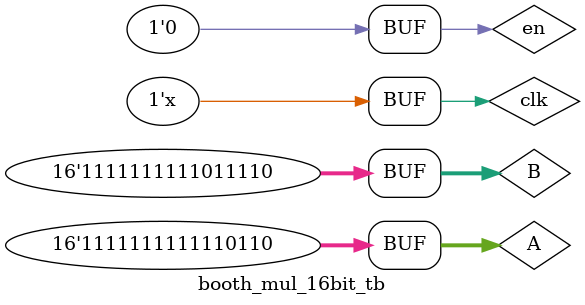
<source format=v>
module Booth_mul_16(
input clk,en,
input [15:0] A,B,
output reg [31:0] Prod,
output reg done
);

reg [15:0] cnt;
reg [32:0] temp;
wire [15:0] negB;
assign negB = ~ B + 1'b1 ;
always @ (posedge clk)
begin
if(~en)
begin
cnt=16'd0;
temp=33'd0;
done <=1'b0;
end
else
begin
if(cnt==16'd0)
begin
temp <= {16'd0,A,1'b0};
cnt <= cnt + 1'b1;
end
else if(cnt> 16'd0 && cnt <16'd17)
begin
if(temp[1:0] == 2'b00 || temp[1:0] == 2'b11 )
begin
temp = {temp[32],temp[32:1]};
cnt = cnt + 1'b1;
end
else if(temp[1:0] == 2'b01)
begin
temp[32:17] = temp[32:17] + B;
temp = {temp[32],temp[32:1]};
cnt = cnt+1'b1;
end

else if(temp[1:0] == 2'b10)
begin
temp[32:17] = temp[32:17] + negB;
temp = {temp[32],temp[32:1]};
cnt = cnt+1'b1;
end
end
else
begin
Prod = temp[32:1];
done =1'b1;
end
end
end

endmodule


module booth_mul_16bit_tb;
reg clk,en;
reg signed [15:0] A,B;
wire signed [31:0] Prod;
wire done;

Booth_mul_16 M1(.clk(clk),.en(en),.A(A),.B(B),.Prod(Prod),.done(done));

initial begin
clk = 1'b0;

A = 8'd0; B = 8'd0; en = 1'b0; #10;

en = 1'b1; A = 16'd12; B = 16'd5; #100; 
en = 1'b0; #100;


en = 1'b1; A = -16'd15; B = -16'd10; #100; 
en = 1'b0; #100;

en = 1'b1;A = -16'd9; B = 16'd11; #100; 
en = 1'b0; #100;

en = 1'b1;A = -16'd10; B = -16'd34; #100; 
en = 1'b0; #100;
end


always #1 clk = !clk;

initial 
begin
$monitor("A = %d, B = %d, Prod = %d,done = %b",A,B,Prod,done);
end


endmodule
</source>
